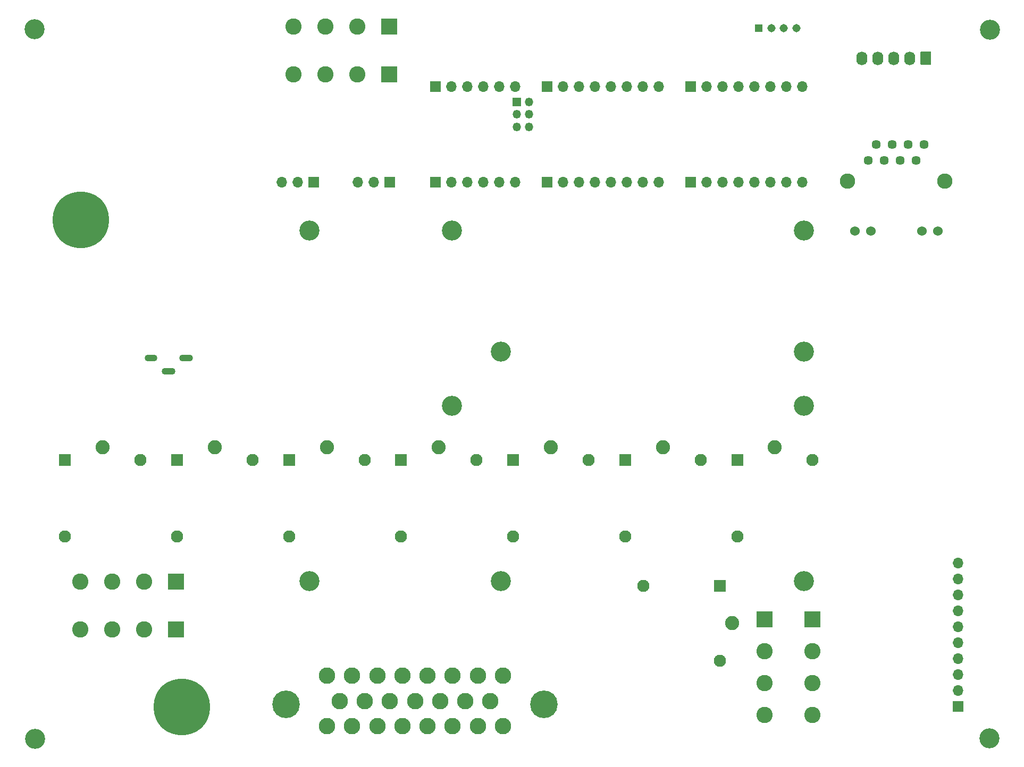
<source format=gbr>
%TF.GenerationSoftware,KiCad,Pcbnew,(5.1.10)-1*%
%TF.CreationDate,2022-11-19T08:35:40-06:00*%
%TF.ProjectId,RC10,52433130-2e6b-4696-9361-645f70636258,rev?*%
%TF.SameCoordinates,Original*%
%TF.FileFunction,Soldermask,Bot*%
%TF.FilePolarity,Negative*%
%FSLAX46Y46*%
G04 Gerber Fmt 4.6, Leading zero omitted, Abs format (unit mm)*
G04 Created by KiCad (PCBNEW (5.1.10)-1) date 2022-11-19 08:35:40*
%MOMM*%
%LPD*%
G01*
G04 APERTURE LIST*
%ADD10O,2.200000X1.100000*%
%ADD11O,2.000000X1.100000*%
%ADD12C,2.600000*%
%ADD13R,2.600000X2.600000*%
%ADD14O,1.740000X2.190000*%
%ADD15C,3.200000*%
%ADD16O,1.700000X1.700000*%
%ADD17R,1.700000X1.700000*%
%ADD18C,1.950000*%
%ADD19C,2.250000*%
%ADD20R,1.950000X1.950000*%
%ADD21C,9.000000*%
%ADD22C,1.308000*%
%ADD23R,1.308000X1.308000*%
%ADD24O,1.350000X1.350000*%
%ADD25R,1.350000X1.350000*%
%ADD26C,2.445000*%
%ADD27C,1.530000*%
%ADD28C,1.446000*%
%ADD29C,4.395000*%
%ADD30C,2.625000*%
G04 APERTURE END LIST*
D10*
%TO.C,J9*%
X44780200Y-77969000D03*
X47580200Y-75819000D03*
D11*
X41980200Y-75819000D03*
%TD*%
D12*
%TO.C,KF3*%
X64617600Y-30608400D03*
X64617600Y-22988400D03*
X69697600Y-30608400D03*
X69697600Y-22988400D03*
X74777600Y-30608400D03*
X74777600Y-22988400D03*
D13*
X79857600Y-30608400D03*
X79857600Y-22988400D03*
%TD*%
D12*
%TO.C,KF2*%
X147321400Y-132689600D03*
X139701400Y-132689600D03*
X147321400Y-127609600D03*
X139701400Y-127609600D03*
X147321400Y-122529600D03*
X139701400Y-122529600D03*
D13*
X147321400Y-117449600D03*
X139701400Y-117449600D03*
%TD*%
D12*
%TO.C,KF1*%
X30657800Y-119102000D03*
X30657800Y-111482000D03*
X35737800Y-119102000D03*
X35737800Y-111482000D03*
X40817800Y-119102000D03*
X40817800Y-111482000D03*
D13*
X45897800Y-119102000D03*
X45897800Y-111482000D03*
%TD*%
D14*
%TO.C,J13*%
X155168600Y-28041600D03*
X157708600Y-28041600D03*
X160248600Y-28041600D03*
X162788600Y-28041600D03*
G36*
G01*
X166198600Y-27196599D02*
X166198600Y-28886601D01*
G75*
G02*
X165948601Y-29136600I-249999J0D01*
G01*
X164708599Y-29136600D01*
G75*
G02*
X164458600Y-28886601I0J249999D01*
G01*
X164458600Y-27196599D01*
G75*
G02*
X164708599Y-26946600I249999J0D01*
G01*
X165948601Y-26946600D01*
G75*
G02*
X166198600Y-27196599I0J-249999D01*
G01*
G37*
%TD*%
D15*
%TO.C,REF\u002A\u002A*%
X145887800Y-83485600D03*
X89887800Y-83485600D03*
X89887800Y-55485600D03*
X145887800Y-55485600D03*
X145887800Y-111365600D03*
X67147800Y-111365600D03*
X67147800Y-55485600D03*
X145887800Y-74785600D03*
X97627800Y-74785600D03*
X97627800Y-111365600D03*
%TD*%
D16*
%TO.C,J19*%
X170510200Y-108534200D03*
X170510200Y-111074200D03*
X170510200Y-113614200D03*
X170510200Y-116154200D03*
X170510200Y-118694200D03*
X170510200Y-121234200D03*
X170510200Y-123774200D03*
X170510200Y-126314200D03*
X170510200Y-128854200D03*
D17*
X170510200Y-131394200D03*
%TD*%
D16*
%TO.C,J18*%
X74853800Y-47852800D03*
X77393800Y-47852800D03*
D17*
X79933800Y-47852800D03*
%TD*%
D16*
%TO.C,J10*%
X62814200Y-47852800D03*
X65354200Y-47852800D03*
D17*
X67894200Y-47852800D03*
%TD*%
D18*
%TO.C,RLY3*%
X63948732Y-104280600D03*
X75948732Y-92080600D03*
D19*
X69948732Y-90080600D03*
D20*
X63948732Y-92080600D03*
%TD*%
D21*
%TO.C,J17*%
X46863000Y-131470400D03*
%TD*%
%TO.C,J14*%
X30759400Y-53797200D03*
%TD*%
D22*
%TO.C,J21*%
X144732000Y-23291800D03*
X142732000Y-23291800D03*
X140732000Y-23291800D03*
D23*
X138732000Y-23291800D03*
%TD*%
D16*
%TO.C,J16*%
X122783600Y-32562800D03*
X120243600Y-32562800D03*
X117703600Y-32562800D03*
X115163600Y-32562800D03*
X112623600Y-32562800D03*
X110083600Y-32562800D03*
X107543600Y-32562800D03*
D17*
X105003600Y-32562800D03*
%TD*%
D16*
%TO.C,J15*%
X99923600Y-32562800D03*
X97383600Y-32562800D03*
X94843600Y-32562800D03*
X92303600Y-32562800D03*
X89763600Y-32562800D03*
D17*
X87223600Y-32562800D03*
%TD*%
D16*
%TO.C,J6*%
X122783600Y-47802800D03*
X120243600Y-47802800D03*
X117703600Y-47802800D03*
X115163600Y-47802800D03*
X112623600Y-47802800D03*
X110083600Y-47802800D03*
X107543600Y-47802800D03*
D17*
X105003600Y-47802800D03*
%TD*%
D16*
%TO.C,J4*%
X99923600Y-47802800D03*
X97383600Y-47802800D03*
X94843600Y-47802800D03*
X92303600Y-47802800D03*
X89763600Y-47802800D03*
D17*
X87223600Y-47802800D03*
%TD*%
D15*
%TO.C, *%
X175539400Y-23469600D03*
%TD*%
%TO.C, *%
X23393400Y-23444200D03*
%TD*%
%TO.C, *%
X23520400Y-136517400D03*
%TD*%
%TO.C, *%
X175514000Y-136466600D03*
%TD*%
D24*
%TO.C,J11*%
X102193600Y-39001200D03*
X100193600Y-39001200D03*
X102193600Y-37001200D03*
X100193600Y-37001200D03*
X102193600Y-35001200D03*
D25*
X100193600Y-35001200D03*
%TD*%
D16*
%TO.C,J7*%
X145643600Y-32562800D03*
X143103600Y-32562800D03*
X140563600Y-32562800D03*
X138023600Y-32562800D03*
X135483600Y-32562800D03*
X132943600Y-32562800D03*
X130403600Y-32562800D03*
D17*
X127863600Y-32562800D03*
%TD*%
D16*
%TO.C,J5*%
X145643600Y-47802800D03*
X143103600Y-47802800D03*
X140563600Y-47802800D03*
X138023600Y-47802800D03*
X135483600Y-47802800D03*
X132943600Y-47802800D03*
X130403600Y-47802800D03*
D17*
X127863600Y-47802800D03*
%TD*%
D18*
%TO.C,RLY7*%
X135305800Y-104280600D03*
X147305800Y-92080600D03*
D19*
X141305800Y-90080600D03*
D20*
X135305800Y-92080600D03*
%TD*%
D18*
%TO.C,RLY6*%
X117466530Y-104280600D03*
X129466530Y-92080600D03*
D19*
X123466530Y-90080600D03*
D20*
X117466530Y-92080600D03*
%TD*%
D18*
%TO.C,RLY5*%
X99627264Y-104280600D03*
X111627264Y-92080600D03*
D19*
X105627264Y-90080600D03*
D20*
X99627264Y-92080600D03*
%TD*%
D18*
%TO.C,RLY4*%
X81787998Y-104280600D03*
X93787998Y-92080600D03*
D19*
X87787998Y-90080600D03*
D20*
X81787998Y-92080600D03*
%TD*%
D18*
%TO.C,RLY2*%
X46109466Y-104280600D03*
X58109466Y-92080600D03*
D19*
X52109466Y-90080600D03*
D20*
X46109466Y-92080600D03*
%TD*%
D18*
%TO.C,RLY1*%
X28270200Y-104280600D03*
X40270200Y-92080600D03*
D19*
X34270200Y-90080600D03*
D20*
X28270200Y-92080600D03*
%TD*%
D18*
%TO.C,RLY8*%
X120337200Y-112115600D03*
X132537200Y-124115600D03*
D19*
X134537200Y-118115600D03*
D20*
X132537200Y-112115600D03*
%TD*%
D26*
%TO.C,J12*%
X168400000Y-47648400D03*
X152910000Y-47648400D03*
D27*
X167280000Y-55598400D03*
X164740000Y-55598400D03*
X156570000Y-55598400D03*
X154030000Y-55598400D03*
D28*
X165100000Y-41808400D03*
X163830000Y-44348400D03*
X162560000Y-41808400D03*
X161290000Y-44348400D03*
X160020000Y-41808400D03*
X158750000Y-44348400D03*
X157480000Y-41808400D03*
X156210000Y-44348400D03*
%TD*%
D29*
%TO.C,J8*%
X104500000Y-131000000D03*
X63500000Y-131000000D03*
D30*
X98000000Y-134500000D03*
X94000000Y-134500000D03*
X90000000Y-134500000D03*
X86000000Y-134500000D03*
X82000000Y-134500000D03*
X78000000Y-134500000D03*
X74000000Y-134500000D03*
X70000000Y-134500000D03*
X96000000Y-130500000D03*
X92000000Y-130500000D03*
X88000000Y-130500000D03*
X84000000Y-130500000D03*
X80000000Y-130500000D03*
X76000000Y-130500000D03*
X72000000Y-130500000D03*
X98000000Y-126500000D03*
X94000000Y-126500000D03*
X90000000Y-126500000D03*
X86000000Y-126500000D03*
X82000000Y-126500000D03*
X78000000Y-126500000D03*
X74000000Y-126500000D03*
X70000000Y-126500000D03*
%TD*%
M02*

</source>
